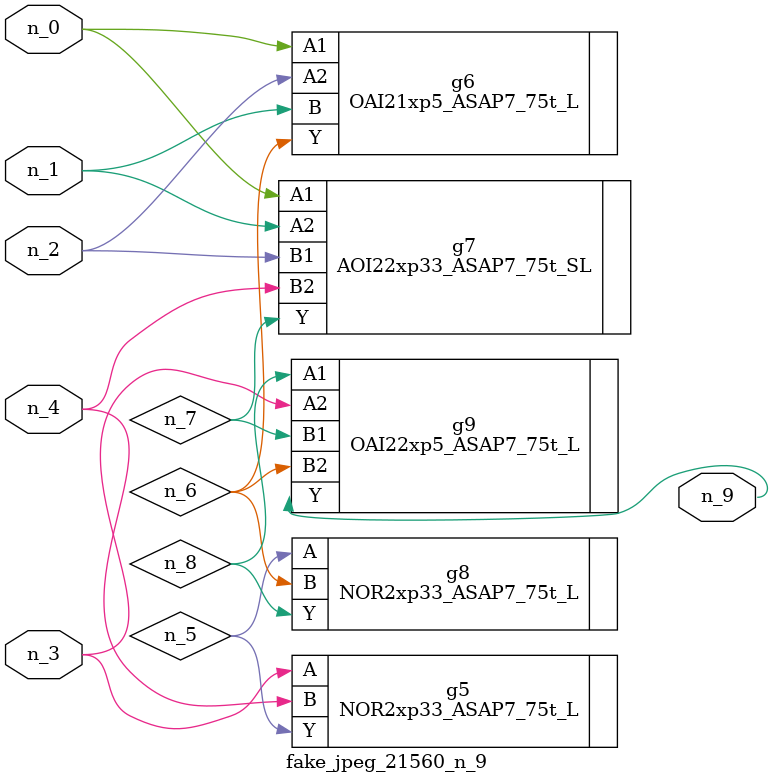
<source format=v>
module fake_jpeg_21560_n_9 (n_3, n_2, n_1, n_0, n_4, n_9);

input n_3;
input n_2;
input n_1;
input n_0;
input n_4;

output n_9;

wire n_8;
wire n_6;
wire n_5;
wire n_7;

NOR2xp33_ASAP7_75t_L g5 ( 
.A(n_3),
.B(n_4),
.Y(n_5)
);

OAI21xp5_ASAP7_75t_L g6 ( 
.A1(n_0),
.A2(n_2),
.B(n_1),
.Y(n_6)
);

AOI22xp33_ASAP7_75t_SL g7 ( 
.A1(n_0),
.A2(n_1),
.B1(n_2),
.B2(n_4),
.Y(n_7)
);

NOR2xp33_ASAP7_75t_L g8 ( 
.A(n_5),
.B(n_6),
.Y(n_8)
);

OAI22xp5_ASAP7_75t_L g9 ( 
.A1(n_8),
.A2(n_3),
.B1(n_7),
.B2(n_6),
.Y(n_9)
);


endmodule
</source>
